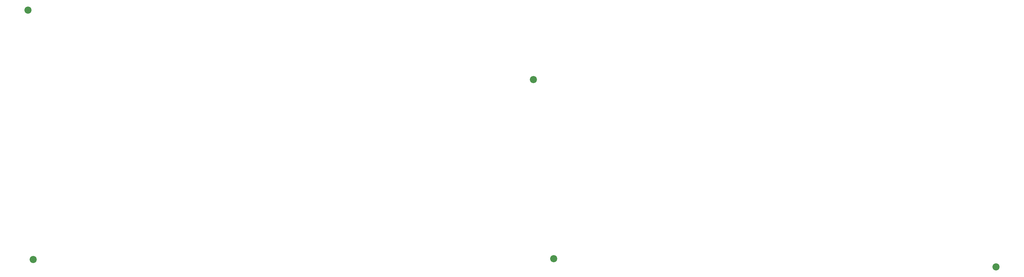
<source format=gbr>
G04 #@! TF.GenerationSoftware,KiCad,Pcbnew,(5.1.9)-1*
G04 #@! TF.CreationDate,2021-05-17T18:01:55+01:00*
G04 #@! TF.ProjectId,EnvKB65-SwitchPlate,456e764b-4236-4352-9d53-776974636850,rev?*
G04 #@! TF.SameCoordinates,Original*
G04 #@! TF.FileFunction,Soldermask,Top*
G04 #@! TF.FilePolarity,Negative*
%FSLAX46Y46*%
G04 Gerber Fmt 4.6, Leading zero omitted, Abs format (unit mm)*
G04 Created by KiCad (PCBNEW (5.1.9)-1) date 2021-05-17 18:01:55*
%MOMM*%
%LPD*%
G01*
G04 APERTURE LIST*
%ADD10C,2.200000*%
G04 APERTURE END LIST*
D10*
X231250000Y-178000000D03*
X225000000Y-122500000D03*
X367750000Y-180500000D03*
X70600000Y-178200000D03*
X69000000Y-101000000D03*
M02*

</source>
